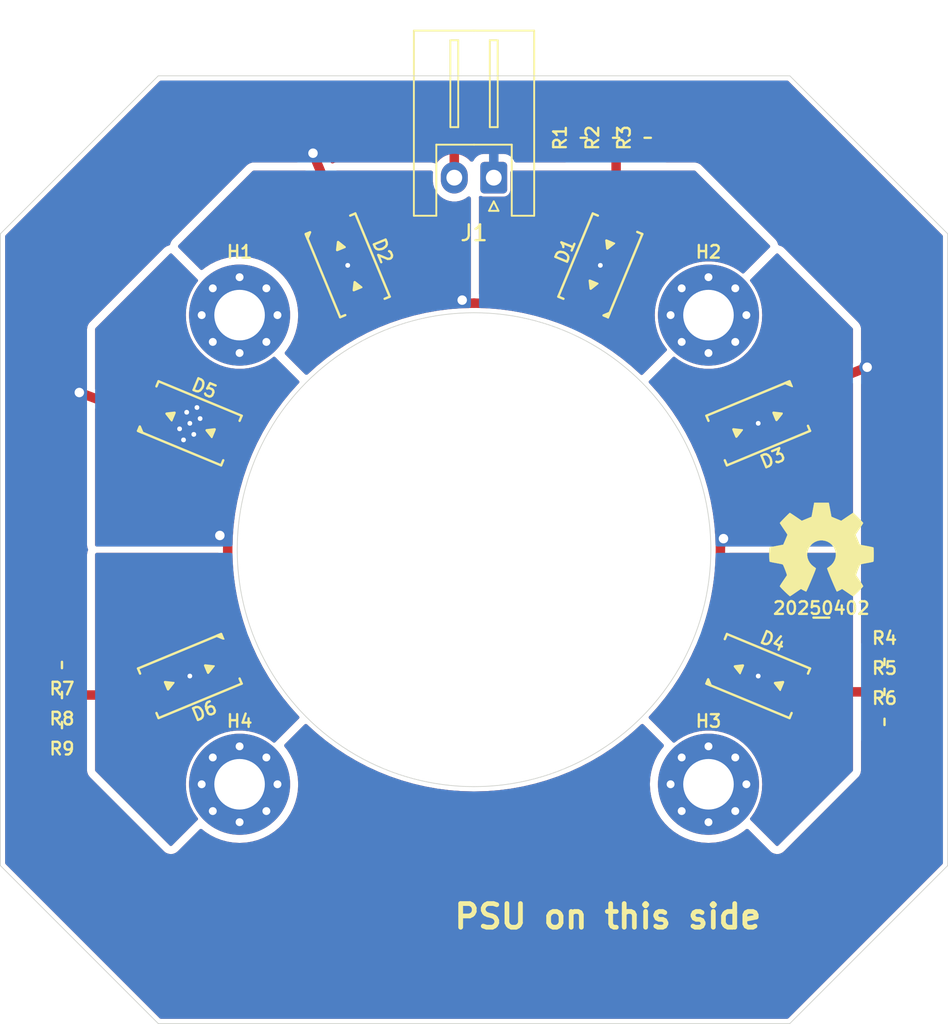
<source format=kicad_pcb>
(kicad_pcb (version 20240108) (generator "pcbnew") (generator_version "8.0")
  (layers (0 "F.Cu" mixed) (31 "B.Cu" mixed) (34 "B.Paste" user) (35 "F.Paste" user) (36 "B.SilkS" user "B.Silkscreen") (37 "F.SilkS" user "F.Silkscreen") (38 "B.Mask" user) (39 "F.Mask" user) (44 "Edge.Cuts" user))
  (net 0 "")
  (net 1 "VSS")
  (net 2 "+9V")
  (net 3 "/COOL1")
  (net 4 "/COOL2")
  (net 5 "/COOL4")
  (net 6 "/COOL3")
  (net 7 "/COOL6")
  (net 8 "/COOL5")
  (footprint "SquantorLabels:Label_Generic" (layer "F.Cu") (at 122 103.7)
    (property "Reference" "N1" (hide yes))
    (property "Value" "20250402" (at 0 0 0) (layer "F.SilkS") (effects (font (size 0.8 0.8))))
  )
  (footprint "Symbol:OSHW-Symbol_6.7x6mm_SilkScreen" (layer "F.Cu") (at 122 100)
    (property "Reference" "N2" (hide yes))
    (property "Value" "OHWLOGO" (hide yes))
  )
  (footprint "SquantorResistor:R_0805+0603" (layer "F.Cu") (at 126 109)
    (property "Reference" "R5" (at 0 -1.5 0) (layer "F.SilkS") (effects (font (size 0.8 0.8))))
    (property "Value" "TBD")
    (pad "1" smd roundrect (at -0.775 0) (size 1.05 1.3) (layers "F.Cu" "F.Paste" "F.Mask") (net 6 "/COOL3"))
    (pad "2" smd roundrect (at 0.775 0) (size 1.05 1.3) (layers "F.Cu" "F.Paste" "F.Mask") (net 2 "+9V"))
  )
  (footprint "SquantorResistor:R_0805+0603" (layer "F.Cu") (at 109 73.925 90)
    (property "Reference" "R2" (at 0 -1.5 90) (layer "F.SilkS") (effects (font (size 0.8 0.8))))
    (property "Value" "TBD")
    (pad "1" smd roundrect (at -0.775 0 90) (size 1.05 1.3) (layers "F.Cu" "F.Paste" "F.Mask") (net 3 "/COOL1"))
    (pad "2" smd roundrect (at 0.775 0 90) (size 1.05 1.3) (layers "F.Cu" "F.Paste" "F.Mask") (net 2 "+9V"))
  )
  (footprint "SquantorDiodes:LED_5630_PAD_ANODE" (layer "F.Cu") (at 108 82 67.5)
    (property "Reference" "D1" (at 0 -2.4 67.5) (layer "F.SilkS") (effects (font (size 0.8 0.8))))
    (property "Value" "GW JDSRS1.CC")
    (pad "1" smd roundrect (at -2.4 -0.7 67.5) (size 1.2 1) (layers "F.Cu" "F.Paste" "F.Mask") (roundrect_rratio 0.2) (net 4 "/COOL2"))
    (pad "1" smd roundrect (at -2.4 0.699999 67.5) (size 1.2 1) (layers "F.Cu" "F.Paste" "F.Mask") (roundrect_rratio 0.2) (net 4 "/COOL2"))
    (pad "2" smd roundrect (at 0 0 67.5) (size 1.8 3) (layers "F.Cu") (roundrect_rratio 0.2) (net 3 "/COOL1"))
    (pad "2" smd roundrect (at 2.4 -0.699999 67.5) (size 1.2 1) (layers "F.Cu" "F.Paste" "F.Mask") (roundrect_rratio 0.2) (net 3 "/COOL1"))
    (pad "2" smd roundrect (at 2.4 0.7 67.5) (size 1.2 1) (layers "F.Cu" "F.Paste" "F.Mask") (roundrect_rratio 0.2) (net 3 "/COOL1"))
  )
  (footprint "SquantorDiodes:LED_5630_PAD_ANODE" (layer "F.Cu") (at 82 92 -22.5)
    (property "Reference" "D5" (at 0 -2.4 157.5) (layer "F.SilkS") (effects (font (size 0.8 0.8))))
    (property "Value" "GW JDSRS1.CC")
    (pad "1" smd roundrect (at -2.4 -0.7 337.5) (size 1.2 1) (layers "F.Cu" "F.Paste" "F.Mask") (roundrect_rratio 0.2) (net 1 "VSS"))
    (pad "1" smd roundrect (at -2.4 0.699999 337.5) (size 1.2 1) (layers "F.Cu" "F.Paste" "F.Mask") (roundrect_rratio 0.2) (net 1 "VSS"))
    (pad "2" smd roundrect (at 0 0 337.5) (size 1.8 3) (layers "F.Cu") (roundrect_rratio 0.2) (net 7 "/COOL6"))
    (pad "2" smd roundrect (at 2.4 -0.699999 337.5) (size 1.2 1) (layers "F.Cu" "F.Paste" "F.Mask") (roundrect_rratio 0.2) (net 7 "/COOL6"))
    (pad "2" smd roundrect (at 2.4 0.7 337.5) (size 1.2 1) (layers "F.Cu" "F.Paste" "F.Mask") (roundrect_rratio 0.2) (net 7 "/COOL6"))
  )
  (footprint "SquantorPcbOutline:MountingHole_3.2mm_M3_Pad_Via" (layer "F.Cu") (at 85.15 114.85)
    (property "Reference" "H4" (at 0 -4 0) (layer "F.SilkS") (effects (font (size 0.8 0.8))))
    (property "Value" "M3")
    (pad "1" thru_hole circle (at -2.4 0) (size 0.9 0.9) (drill 0.5) (layers "*.Cu" "*.Mask" "In1.Cu" "In2.Cu" "In3.Cu" "In4.Cu" "In5.Cu" "In6.Cu" "In7.Cu" "In8.Cu" "In9.Cu" "In10.Cu" "In11.Cu" "In12.Cu" "In13.Cu" "In14.Cu" "In15.Cu" "In16.Cu" "In17.Cu" "In18.Cu" "In19.Cu" "In20.Cu" "In21.Cu" "In22.Cu" "In23.Cu" "In24.Cu" "In25.Cu" "In26.Cu" "In27.Cu" "In28.Cu" "In29.Cu" "In30.Cu"))
    (pad "1" thru_hole circle (at -1.697056 -1.697056) (size 0.9 0.9) (drill 0.5) (layers "*.Cu" "*.Mask" "In1.Cu" "In2.Cu" "In3.Cu" "In4.Cu" "In5.Cu" "In6.Cu" "In7.Cu" "In8.Cu" "In9.Cu" "In10.Cu" "In11.Cu" "In12.Cu" "In13.Cu" "In14.Cu" "In15.Cu" "In16.Cu" "In17.Cu" "In18.Cu" "In19.Cu" "In20.Cu" "In21.Cu" "In22.Cu" "In23.Cu" "In24.Cu" "In25.Cu" "In26.Cu" "In27.Cu" "In28.Cu" "In29.Cu" "In30.Cu"))
    (pad "1" thru_hole circle (at -1.697056 1.697056) (size 0.9 0.9) (drill 0.5) (layers "*.Cu" "*.Mask" "In1.Cu" "In2.Cu" "In3.Cu" "In4.Cu" "In5.Cu" "In6.Cu" "In7.Cu" "In8.Cu" "In9.Cu" "In10.Cu" "In11.Cu" "In12.Cu" "In13.Cu" "In14.Cu" "In15.Cu" "In16.Cu" "In17.Cu" "In18.Cu" "In19.Cu" "In20.Cu" "In21.Cu" "In22.Cu" "In23.Cu" "In24.Cu" "In25.Cu" "In26.Cu" "In27.Cu" "In28.Cu" "In29.Cu" "In30.Cu"))
    (pad "1" thru_hole circle (at 0 -2.4) (size 0.9 0.9) (drill 0.5) (layers "*.Cu" "*.Mask" "In1.Cu" "In2.Cu" "In3.Cu" "In4.Cu" "In5.Cu" "In6.Cu" "In7.Cu" "In8.Cu" "In9.Cu" "In10.Cu" "In11.Cu" "In12.Cu" "In13.Cu" "In14.Cu" "In15.Cu" "In16.Cu" "In17.Cu" "In18.Cu" "In19.Cu" "In20.Cu" "In21.Cu" "In22.Cu" "In23.Cu" "In24.Cu" "In25.Cu" "In26.Cu" "In27.Cu" "In28.Cu" "In29.Cu" "In30.Cu"))
    (pad "1" thru_hole circle (at 0 0) (size 6.4 6.4) (drill 3.2) (layers "*.Cu" "*.Mask" "In1.Cu" "In2.Cu" "In3.Cu" "In4.Cu" "In5.Cu" "In6.Cu" "In7.Cu" "In8.Cu" "In9.Cu" "In10.Cu" "In11.Cu" "In12.Cu" "In13.Cu" "In14.Cu" "In15.Cu" "In16.Cu" "In17.Cu" "In18.Cu" "In19.Cu" "In20.Cu" "In21.Cu" "In22.Cu" "In23.Cu" "In24.Cu" "In25.Cu" "In26.Cu" "In27.Cu" "In28.Cu" "In29.Cu" "In30.Cu"))
    (pad "1" thru_hole circle (at 0 2.4) (size 0.9 0.9) (drill 0.5) (layers "*.Cu" "*.Mask" "In1.Cu" "In2.Cu" "In3.Cu" "In4.Cu" "In5.Cu" "In6.Cu" "In7.Cu" "In8.Cu" "In9.Cu" "In10.Cu" "In11.Cu" "In12.Cu" "In13.Cu" "In14.Cu" "In15.Cu" "In16.Cu" "In17.Cu" "In18.Cu" "In19.Cu" "In20.Cu" "In21.Cu" "In22.Cu" "In23.Cu" "In24.Cu" "In25.Cu" "In26.Cu" "In27.Cu" "In28.Cu" "In29.Cu" "In30.Cu"))
    (pad "1" thru_hole circle (at 1.697056 -1.697056) (size 0.9 0.9) (drill 0.5) (layers "*.Cu" "*.Mask" "In1.Cu" "In2.Cu" "In3.Cu" "In4.Cu" "In5.Cu" "In6.Cu" "In7.Cu" "In8.Cu" "In9.Cu" "In10.Cu" "In11.Cu" "In12.Cu" "In13.Cu" "In14.Cu" "In15.Cu" "In16.Cu" "In17.Cu" "In18.Cu" "In19.Cu" "In20.Cu" "In21.Cu" "In22.Cu" "In23.Cu" "In24.Cu" "In25.Cu" "In26.Cu" "In27.Cu" "In28.Cu" "In29.Cu" "In30.Cu"))
    (pad "1" thru_hole circle (at 1.697056 1.697056) (size 0.9 0.9) (drill 0.5) (layers "*.Cu" "*.Mask" "In1.Cu" "In2.Cu" "In3.Cu" "In4.Cu" "In5.Cu" "In6.Cu" "In7.Cu" "In8.Cu" "In9.Cu" "In10.Cu" "In11.Cu" "In12.Cu" "In13.Cu" "In14.Cu" "In15.Cu" "In16.Cu" "In17.Cu" "In18.Cu" "In19.Cu" "In20.Cu" "In21.Cu" "In22.Cu" "In23.Cu" "In24.Cu" "In25.Cu" "In26.Cu" "In27.Cu" "In28.Cu" "In29.Cu" "In30.Cu"))
    (pad "1" thru_hole circle (at 2.4 0) (size 0.9 0.9) (drill 0.5) (layers "*.Cu" "*.Mask" "In1.Cu" "In2.Cu" "In3.Cu" "In4.Cu" "In5.Cu" "In6.Cu" "In7.Cu" "In8.Cu" "In9.Cu" "In10.Cu" "In11.Cu" "In12.Cu" "In13.Cu" "In14.Cu" "In15.Cu" "In16.Cu" "In17.Cu" "In18.Cu" "In19.Cu" "In20.Cu" "In21.Cu" "In22.Cu" "In23.Cu" "In24.Cu" "In25.Cu" "In26.Cu" "In27.Cu" "In28.Cu" "In29.Cu" "In30.Cu"))
  )
  (footprint "SquantorResistor:R_0805+0603" (layer "F.Cu") (at 73.9 111.1 180)
    (property "Reference" "R9" (at 0 -1.5 0) (layer "F.SilkS") (effects (font (size 0.8 0.8))))
    (property "Value" "TBD")
    (pad "1" smd roundrect (at -0.775 0 180) (size 1.05 1.3) (layers "F.Cu" "F.Paste" "F.Mask") (net 8 "/COOL5"))
    (pad "2" smd roundrect (at 0.775 0 180) (size 1.05 1.3) (layers "F.Cu" "F.Paste" "F.Mask") (net 2 "+9V"))
  )
  (footprint "SquantorResistor:R_0805+0603" (layer "F.Cu") (at 111 73.925 90)
    (property "Reference" "R3" (at 0 -1.5 90) (layer "F.SilkS") (effects (font (size 0.8 0.8))))
    (property "Value" "TBD")
    (pad "1" smd roundrect (at -0.775 0 90) (size 1.05 1.3) (layers "F.Cu" "F.Paste" "F.Mask") (net 3 "/COOL1"))
    (pad "2" smd roundrect (at 0.775 0 90) (size 1.05 1.3) (layers "F.Cu" "F.Paste" "F.Mask") (net 2 "+9V"))
  )
  (footprint "SquantorResistor:R_0805+0603" (layer "F.Cu") (at 126 110.9)
    (property "Reference" "R6" (at 0 -1.5 0) (layer "F.SilkS") (effects (font (size 0.8 0.8))))
    (property "Value" "TBD")
    (pad "1" smd roundrect (at -0.775 0) (size 1.05 1.3) (layers "F.Cu" "F.Paste" "F.Mask") (net 6 "/COOL3"))
    (pad "2" smd roundrect (at 0.775 0) (size 1.05 1.3) (layers "F.Cu" "F.Paste" "F.Mask") (net 2 "+9V"))
  )
  (footprint "SquantorPcbOutline:MountingHole_3.2mm_M3_Pad_Via" (layer "F.Cu") (at 85.15 85.15)
    (property "Reference" "H1" (at 0 -4 0) (layer "F.SilkS") (effects (font (size 0.8 0.8))))
    (property "Value" "M3")
    (pad "1" thru_hole circle (at -2.4 0) (size 0.9 0.9) (drill 0.5) (layers "*.Cu" "*.Mask" "In1.Cu" "In2.Cu" "In3.Cu" "In4.Cu" "In5.Cu" "In6.Cu" "In7.Cu" "In8.Cu" "In9.Cu" "In10.Cu" "In11.Cu" "In12.Cu" "In13.Cu" "In14.Cu" "In15.Cu" "In16.Cu" "In17.Cu" "In18.Cu" "In19.Cu" "In20.Cu" "In21.Cu" "In22.Cu" "In23.Cu" "In24.Cu" "In25.Cu" "In26.Cu" "In27.Cu" "In28.Cu" "In29.Cu" "In30.Cu"))
    (pad "1" thru_hole circle (at -1.697056 -1.697056) (size 0.9 0.9) (drill 0.5) (layers "*.Cu" "*.Mask" "In1.Cu" "In2.Cu" "In3.Cu" "In4.Cu" "In5.Cu" "In6.Cu" "In7.Cu" "In8.Cu" "In9.Cu" "In10.Cu" "In11.Cu" "In12.Cu" "In13.Cu" "In14.Cu" "In15.Cu" "In16.Cu" "In17.Cu" "In18.Cu" "In19.Cu" "In20.Cu" "In21.Cu" "In22.Cu" "In23.Cu" "In24.Cu" "In25.Cu" "In26.Cu" "In27.Cu" "In28.Cu" "In29.Cu" "In30.Cu"))
    (pad "1" thru_hole circle (at -1.697056 1.697056) (size 0.9 0.9) (drill 0.5) (layers "*.Cu" "*.Mask" "In1.Cu" "In2.Cu" "In3.Cu" "In4.Cu" "In5.Cu" "In6.Cu" "In7.Cu" "In8.Cu" "In9.Cu" "In10.Cu" "In11.Cu" "In12.Cu" "In13.Cu" "In14.Cu" "In15.Cu" "In16.Cu" "In17.Cu" "In18.Cu" "In19.Cu" "In20.Cu" "In21.Cu" "In22.Cu" "In23.Cu" "In24.Cu" "In25.Cu" "In26.Cu" "In27.Cu" "In28.Cu" "In29.Cu" "In30.Cu"))
    (pad "1" thru_hole circle (at 0 -2.4) (size 0.9 0.9) (drill 0.5) (layers "*.Cu" "*.Mask" "In1.Cu" "In2.Cu" "In3.Cu" "In4.Cu" "In5.Cu" "In6.Cu" "In7.Cu" "In8.Cu" "In9.Cu" "In10.Cu" "In11.Cu" "In12.Cu" "In13.Cu" "In14.Cu" "In15.Cu" "In16.Cu" "In17.Cu" "In18.Cu" "In19.Cu" "In20.Cu" "In21.Cu" "In22.Cu" "In23.Cu" "In24.Cu" "In25.Cu" "In26.Cu" "In27.Cu" "In28.Cu" "In29.Cu" "In30.Cu"))
    (pad "1" thru_hole circle (at 0 0) (size 6.4 6.4) (drill 3.2) (layers "*.Cu" "*.Mask" "In1.Cu" "In2.Cu" "In3.Cu" "In4.Cu" "In5.Cu" "In6.Cu" "In7.Cu" "In8.Cu" "In9.Cu" "In10.Cu" "In11.Cu" "In12.Cu" "In13.Cu" "In14.Cu" "In15.Cu" "In16.Cu" "In17.Cu" "In18.Cu" "In19.Cu" "In20.Cu" "In21.Cu" "In22.Cu" "In23.Cu" "In24.Cu" "In25.Cu" "In26.Cu" "In27.Cu" "In28.Cu" "In29.Cu" "In30.Cu"))
    (pad "1" thru_hole circle (at 0 2.4) (size 0.9 0.9) (drill 0.5) (layers "*.Cu" "*.Mask" "In1.Cu" "In2.Cu" "In3.Cu" "In4.Cu" "In5.Cu" "In6.Cu" "In7.Cu" "In8.Cu" "In9.Cu" "In10.Cu" "In11.Cu" "In12.Cu" "In13.Cu" "In14.Cu" "In15.Cu" "In16.Cu" "In17.Cu" "In18.Cu" "In19.Cu" "In20.Cu" "In21.Cu" "In22.Cu" "In23.Cu" "In24.Cu" "In25.Cu" "In26.Cu" "In27.Cu" "In28.Cu" "In29.Cu" "In30.Cu"))
    (pad "1" thru_hole circle (at 1.697056 -1.697056) (size 0.9 0.9) (drill 0.5) (layers "*.Cu" "*.Mask" "In1.Cu" "In2.Cu" "In3.Cu" "In4.Cu" "In5.Cu" "In6.Cu" "In7.Cu" "In8.Cu" "In9.Cu" "In10.Cu" "In11.Cu" "In12.Cu" "In13.Cu" "In14.Cu" "In15.Cu" "In16.Cu" "In17.Cu" "In18.Cu" "In19.Cu" "In20.Cu" "In21.Cu" "In22.Cu" "In23.Cu" "In24.Cu" "In25.Cu" "In26.Cu" "In27.Cu" "In28.Cu" "In29.Cu" "In30.Cu"))
    (pad "1" thru_hole circle (at 1.697056 1.697056) (size 0.9 0.9) (drill 0.5) (layers "*.Cu" "*.Mask" "In1.Cu" "In2.Cu" "In3.Cu" "In4.Cu" "In5.Cu" "In6.Cu" "In7.Cu" "In8.Cu" "In9.Cu" "In10.Cu" "In11.Cu" "In12.Cu" "In13.Cu" "In14.Cu" "In15.Cu" "In16.Cu" "In17.Cu" "In18.Cu" "In19.Cu" "In20.Cu" "In21.Cu" "In22.Cu" "In23.Cu" "In24.Cu" "In25.Cu" "In26.Cu" "In27.Cu" "In28.Cu" "In29.Cu" "In30.Cu"))
    (pad "1" thru_hole circle (at 2.4 0) (size 0.9 0.9) (drill 0.5) (layers "*.Cu" "*.Mask" "In1.Cu" "In2.Cu" "In3.Cu" "In4.Cu" "In5.Cu" "In6.Cu" "In7.Cu" "In8.Cu" "In9.Cu" "In10.Cu" "In11.Cu" "In12.Cu" "In13.Cu" "In14.Cu" "In15.Cu" "In16.Cu" "In17.Cu" "In18.Cu" "In19.Cu" "In20.Cu" "In21.Cu" "In22.Cu" "In23.Cu" "In24.Cu" "In25.Cu" "In26.Cu" "In27.Cu" "In28.Cu" "In29.Cu" "In30.Cu"))
  )
  (footprint "SquantorDiodes:LED_5630_PAD_ANODE" (layer "F.Cu") (at 118 108 -22.5)
    (property "Reference" "D4" (at 0 -2.4 157.5) (layer "F.SilkS") (effects (font (size 0.8 0.8))))
    (property "Value" "GW JDSRS1.CC")
    (pad "1" smd roundrect (at -2.4 -0.7 337.5) (size 1.2 1) (layers "F.Cu" "F.Paste" "F.Mask") (roundrect_rratio 0.2) (net 5 "/COOL4"))
    (pad "1" smd roundrect (at -2.4 0.699999 337.5) (size 1.2 1) (layers "F.Cu" "F.Paste" "F.Mask") (roundrect_rratio 0.2) (net 5 "/COOL4"))
    (pad "2" smd roundrect (at 0 0 337.5) (size 1.8 3) (layers "F.Cu") (roundrect_rratio 0.2) (net 6 "/COOL3"))
    (pad "2" smd roundrect (at 2.4 -0.699999 337.5) (size 1.2 1) (layers "F.Cu" "F.Paste" "F.Mask") (roundrect_rratio 0.2) (net 6 "/COOL3"))
    (pad "2" smd roundrect (at 2.4 0.7 337.5) (size 1.2 1) (layers "F.Cu" "F.Paste" "F.Mask") (roundrect_rratio 0.2) (net 6 "/COOL3"))
  )
  (footprint "SquantorDiodes:LED_5630_PAD_ANODE" (layer "F.Cu") (at 118 92 -157.5)
    (property "Reference" "D3" (at 0 -2.4 22.5) (layer "F.SilkS") (effects (font (size 0.8 0.8))))
    (property "Value" "GW JDSRS1.CC")
    (pad "1" smd roundrect (at -2.4 -0.699999 202.5) (size 1.2 1) (layers "F.Cu" "F.Paste" "F.Mask") (roundrect_rratio 0.2) (net 1 "VSS"))
    (pad "1" smd roundrect (at -2.4 0.7 202.5) (size 1.2 1) (layers "F.Cu" "F.Paste" "F.Mask") (roundrect_rratio 0.2) (net 1 "VSS"))
    (pad "2" smd roundrect (at 0 0 202.5) (size 1.8 3) (layers "F.Cu") (roundrect_rratio 0.2) (net 5 "/COOL4"))
    (pad "2" smd roundrect (at 2.4 -0.7 202.5) (size 1.2 1) (layers "F.Cu" "F.Paste" "F.Mask") (roundrect_rratio 0.2) (net 5 "/COOL4"))
    (pad "2" smd roundrect (at 2.4 0.699999 202.5) (size 1.2 1) (layers "F.Cu" "F.Paste" "F.Mask") (roundrect_rratio 0.2) (net 5 "/COOL4"))
  )
  (footprint "SquantorPcbOutline:MountingHole_3.2mm_M3_Pad_Via" (layer "F.Cu") (at 114.85 114.85)
    (property "Reference" "H3" (at 0 -4 0) (layer "F.SilkS") (effects (font (size 0.8 0.8))))
    (property "Value" "M3")
    (pad "1" thru_hole circle (at -2.4 0) (size 0.9 0.9) (drill 0.5) (layers "*.Cu" "*.Mask" "In1.Cu" "In2.Cu" "In3.Cu" "In4.Cu" "In5.Cu" "In6.Cu" "In7.Cu" "In8.Cu" "In9.Cu" "In10.Cu" "In11.Cu" "In12.Cu" "In13.Cu" "In14.Cu" "In15.Cu" "In16.Cu" "In17.Cu" "In18.Cu" "In19.Cu" "In20.Cu" "In21.Cu" "In22.Cu" "In23.Cu" "In24.Cu" "In25.Cu" "In26.Cu" "In27.Cu" "In28.Cu" "In29.Cu" "In30.Cu"))
    (pad "1" thru_hole circle (at -1.697056 -1.697056) (size 0.9 0.9) (drill 0.5) (layers "*.Cu" "*.Mask" "In1.Cu" "In2.Cu" "In3.Cu" "In4.Cu" "In5.Cu" "In6.Cu" "In7.Cu" "In8.Cu" "In9.Cu" "In10.Cu" "In11.Cu" "In12.Cu" "In13.Cu" "In14.Cu" "In15.Cu" "In16.Cu" "In17.Cu" "In18.Cu" "In19.Cu" "In20.Cu" "In21.Cu" "In22.Cu" "In23.Cu" "In24.Cu" "In25.Cu" "In26.Cu" "In27.Cu" "In28.Cu" "In29.Cu" "In30.Cu"))
    (pad "1" thru_hole circle (at -1.697056 1.697056) (size 0.9 0.9) (drill 0.5) (layers "*.Cu" "*.Mask" "In1.Cu" "In2.Cu" "In3.Cu" "In4.Cu" "In5.Cu" "In6.Cu" "In7.Cu" "In8.Cu" "In9.Cu" "In10.Cu" "In11.Cu" "In12.Cu" "In13.Cu" "In14.Cu" "In15.Cu" "In16.Cu" "In17.Cu" "In18.Cu" "In19.Cu" "In20.Cu" "In21.Cu" "In22.Cu" "In23.Cu" "In24.Cu" "In25.Cu" "In26.Cu" "In27.Cu" "In28.Cu" "In29.Cu" "In30.Cu"))
    (pad "1" thru_hole circle (at 0 -2.4) (size 0.9 0.9) (drill 0.5) (layers "*.Cu" "*.Mask" "In1.Cu" "In2.Cu" "In3.Cu" "In4.Cu" "In5.Cu" "In6.Cu" "In7.Cu" "In8.Cu" "In9.Cu" "In10.Cu" "In11.Cu" "In12.Cu" "In13.Cu" "In14.Cu" "In15.Cu" "In16.Cu" "In17.Cu" "In18.Cu" "In19.Cu" "In20.Cu" "In21.Cu" "In22.Cu" "In23.Cu" "In24.Cu" "In25.Cu" "In26.Cu" "In27.Cu" "In28.Cu" "In29.Cu" "In30.Cu"))
    (pad "1" thru_hole circle (at 0 0) (size 6.4 6.4) (drill 3.2) (layers "*.Cu" "*.Mask" "In1.Cu" "In2.Cu" "In3.Cu" "In4.Cu" "In5.Cu" "In6.Cu" "In7.Cu" "In8.Cu" "In9.Cu" "In10.Cu" "In11.Cu" "In12.Cu" "In13.Cu" "In14.Cu" "In15.Cu" "In16.Cu" "In17.Cu" "In18.Cu" "In19.Cu" "In20.Cu" "In21.Cu" "In22.Cu" "In23.Cu" "In24.Cu" "In25.Cu" "In26.Cu" "In27.Cu" "In28.Cu" "In29.Cu" "In30.Cu"))
    (pad "1" thru_hole circle (at 0 2.4) (size 0.9 0.9) (drill 0.5) (layers "*.Cu" "*.Mask" "In1.Cu" "In2.Cu" "In3.Cu" "In4.Cu" "In5.Cu" "In6.Cu" "In7.Cu" "In8.Cu" "In9.Cu" "In10.Cu" "In11.Cu" "In12.Cu" "In13.Cu" "In14.Cu" "In15.Cu" "In16.Cu" "In17.Cu" "In18.Cu" "In19.Cu" "In20.Cu" "In21.Cu" "In22.Cu" "In23.Cu" "In24.Cu" "In25.Cu" "In26.Cu" "In27.Cu" "In28.Cu" "In29.Cu" "In30.Cu"))
    (pad "1" thru_hole circle (at 1.697056 -1.697056) (size 0.9 0.9) (drill 0.5) (layers "*.Cu" "*.Mask" "In1.Cu" "In2.Cu" "In3.Cu" "In4.Cu" "In5.Cu" "In6.Cu" "In7.Cu" "In8.Cu" "In9.Cu" "In10.Cu" "In11.Cu" "In12.Cu" "In13.Cu" "In14.Cu" "In15.Cu" "In16.Cu" "In17.Cu" "In18.Cu" "In19.Cu" "In20.Cu" "In21.Cu" "In22.Cu" "In23.Cu" "In24.Cu" "In25.Cu" "In26.Cu" "In27.Cu" "In28.Cu" "In29.Cu" "In30.Cu"))
    (pad "1" thru_hole circle (at 1.697056 1.697056) (size 0.9 0.9) (drill 0.5) (layers "*.Cu" "*.Mask" "In1.Cu" "In2.Cu" "In3.Cu" "In4.Cu" "In5.Cu" "In6.Cu" "In7.Cu" "In8.Cu" "In9.Cu" "In10.Cu" "In11.Cu" "In12.Cu" "In13.Cu" "In14.Cu" "In15.Cu" "In16.Cu" "In17.Cu" "In18.Cu" "In19.Cu" "In20.Cu" "In21.Cu" "In22.Cu" "In23.Cu" "In24.Cu" "In25.Cu" "In26.Cu" "In27.Cu" "In28.Cu" "In29.Cu" "In30.Cu"))
    (pad "1" thru_hole circle (at 2.4 0) (size 0.9 0.9) (drill 0.5) (layers "*.Cu" "*.Mask" "In1.Cu" "In2.Cu" "In3.Cu" "In4.Cu" "In5.Cu" "In6.Cu" "In7.Cu" "In8.Cu" "In9.Cu" "In10.Cu" "In11.Cu" "In12.Cu" "In13.Cu" "In14.Cu" "In15.Cu" "In16.Cu" "In17.Cu" "In18.Cu" "In19.Cu" "In20.Cu" "In21.Cu" "In22.Cu" "In23.Cu" "In24.Cu" "In25.Cu" "In26.Cu" "In27.Cu" "In28.Cu" "In29.Cu" "In30.Cu"))
  )
  (footprint "SquantorPcbOutline:MountingHole_3.2mm_M3_Pad_Via" (layer "F.Cu") (at 114.85 85.15)
    (property "Reference" "H2" (at 0 -4 0) (layer "F.SilkS") (effects (font (size 0.8 0.8))))
    (property "Value" "M3")
    (pad "1" thru_hole circle (at -2.4 0) (size 0.9 0.9) (drill 0.5) (layers "*.Cu" "*.Mask" "In1.Cu" "In2.Cu" "In3.Cu" "In4.Cu" "In5.Cu" "In6.Cu" "In7.Cu" "In8.Cu" "In9.Cu" "In10.Cu" "In11.Cu" "In12.Cu" "In13.Cu" "In14.Cu" "In15.Cu" "In16.Cu" "In17.Cu" "In18.Cu" "In19.Cu" "In20.Cu" "In21.Cu" "In22.Cu" "In23.Cu" "In24.Cu" "In25.Cu" "In26.Cu" "In27.Cu" "In28.Cu" "In29.Cu" "In30.Cu"))
    (pad "1" thru_hole circle (at -1.697056 -1.697056) (size 0.9 0.9) (drill 0.5) (layers "*.Cu" "*.Mask" "In1.Cu" "In2.Cu" "In3.Cu" "In4.Cu" "In5.Cu" "In6.Cu" "In7.Cu" "In8.Cu" "In9.Cu" "In10.Cu" "In11.Cu" "In12.Cu" "In13.Cu" "In14.Cu" "In15.Cu" "In16.Cu" "In17.Cu" "In18.Cu" "In19.Cu" "In20.Cu" "In21.Cu" "In22.Cu" "In23.Cu" "In24.Cu" "In25.Cu" "In26.Cu" "In27.Cu" "In28.Cu" "In29.Cu" "In30.Cu"))
    (pad "1" thru_hole circle (at -1.697056 1.697056) (size 0.9 0.9) (drill 0.5) (layers "*.Cu" "*.Mask" "In1.Cu" "In2.Cu" "In3.Cu" "In4.Cu" "In5.Cu" "In6.Cu" "In7.Cu" "In8.Cu" "In9.Cu" "In10.Cu" "In11.Cu" "In12.Cu" "In13.Cu" "In14.Cu" "In15.Cu" "In16.Cu" "In17.Cu" "In18.Cu" "In19.Cu" "In20.Cu" "In21.Cu" "In22.Cu" "In23.Cu" "In24.Cu" "In25.Cu" "In26.Cu" "In27.Cu" "In28.Cu" "In29.Cu" "In30.Cu"))
    (pad "1" thru_hole circle (at 0 -2.4) (size 0.9 0.9) (drill 0.5) (layers "*.Cu" "*.Mask" "In1.Cu" "In2.Cu" "In3.Cu" "In4.Cu" "In5.Cu" "In6.Cu" "In7.Cu" "In8.Cu" "In9.Cu" "In10.Cu" "In11.Cu" "In12.Cu" "In13.Cu" "In14.Cu" "In15.Cu" "In16.Cu" "In17.Cu" "In18.Cu" "In19.Cu" "In20.Cu" "In21.Cu" "In22.Cu" "In23.Cu" "In24.Cu" "In25.Cu" "In26.Cu" "In27.Cu" "In28.Cu" "In29.Cu" "In30.Cu"))
    (pad "1" thru_hole circle (at 0 0) (size 6.4 6.4) (drill 3.2) (layers "*.Cu" "*.Mask" "In1.Cu" "In2.Cu" "In3.Cu" "In4.Cu" "In5.Cu" "In6.Cu" "In7.Cu" "In8.Cu" "In9.Cu" "In10.Cu" "In11.Cu" "In12.Cu" "In13.Cu" "In14.Cu" "In15.Cu" "In16.Cu" "In17.Cu" "In18.Cu" "In19.Cu" "In20.Cu" "In21.Cu" "In22.Cu" "In23.Cu" "In24.Cu" "In25.Cu" "In26.Cu" "In27.Cu" "In28.Cu" "In29.Cu" "In30.Cu"))
    (pad "1" thru_hole circle (at 0 2.4) (size 0.9 0.9) (drill 0.5) (layers "*.Cu" "*.Mask" "In1.Cu" "In2.Cu" "In3.Cu" "In4.Cu" "In5.Cu" "In6.Cu" "In7.Cu" "In8.Cu" "In9.Cu" "In10.Cu" "In11.Cu" "In12.Cu" "In13.Cu" "In14.Cu" "In15.Cu" "In16.Cu" "In17.Cu" "In18.Cu" "In19.Cu" "In20.Cu" "In21.Cu" "In22.Cu" "In23.Cu" "In24.Cu" "In25.Cu" "In26.Cu" "In27.Cu" "In28.Cu" "In29.Cu" "In30.Cu"))
    (pad "1" thru_hole circle (at 1.697056 -1.697056) (size 0.9 0.9) (drill 0.5) (layers "*.Cu" "*.Mask" "In1.Cu" "In2.Cu" "In3.Cu" "In4.Cu" "In5.Cu" "In6.Cu" "In7.Cu" "In8.Cu" "In9.Cu" "In10.Cu" "In11.Cu" "In12.Cu" "In13.Cu" "In14.Cu" "In15.Cu" "In16.Cu" "In17.Cu" "In18.Cu" "In19.Cu" "In20.Cu" "In21.Cu" "In22.Cu" "In23.Cu" "In24.Cu" "In25.Cu" "In26.Cu" "In27.Cu" "In28.Cu" "In29.Cu" "In30.Cu"))
    (pad "1" thru_hole circle (at 1.697056 1.697056) (size 0.9 0.9) (drill 0.5) (layers "*.Cu" "*.Mask" "In1.Cu" "In2.Cu" "In3.Cu" "In4.Cu" "In5.Cu" "In6.Cu" "In7.Cu" "In8.Cu" "In9.Cu" "In10.Cu" "In11.Cu" "In12.Cu" "In13.Cu" "In14.Cu" "In15.Cu" "In16.Cu" "In17.Cu" "In18.Cu" "In19.Cu" "In20.Cu" "In21.Cu" "In22.Cu" "In23.Cu" "In24.Cu" "In25.Cu" "In26.Cu" "In27.Cu" "In28.Cu" "In29.Cu" "In30.Cu"))
    (pad "1" thru_hole circle (at 2.4 0) (size 0.9 0.9) (drill 0.5) (layers "*.Cu" "*.Mask" "In1.Cu" "In2.Cu" "In3.Cu" "In4.Cu" "In5.Cu" "In6.Cu" "In7.Cu" "In8.Cu" "In9.Cu" "In10.Cu" "In11.Cu" "In12.Cu" "In13.Cu" "In14.Cu" "In15.Cu" "In16.Cu" "In17.Cu" "In18.Cu" "In19.Cu" "In20.Cu" "In21.Cu" "In22.Cu" "In23.Cu" "In24.Cu" "In25.Cu" "In26.Cu" "In27.Cu" "In28.Cu" "In29.Cu" "In30.Cu"))
  )
  (footprint "SquantorResistor:R_0805+0603" (layer "F.Cu") (at 126 107.1)
    (property "Reference" "R4" (at 0 -1.5 0) (layer "F.SilkS") (effects (font (size 0.8 0.8))))
    (property "Value" "TBD")
    (pad "1" smd roundrect (at -0.775 0) (size 1.05 1.3) (layers "F.Cu" "F.Paste" "F.Mask") (net 6 "/COOL3"))
    (pad "2" smd roundrect (at 0.775 0) (size 1.05 1.3) (layers "F.Cu" "F.Paste" "F.Mask") (net 2 "+9V"))
  )
  (footprint "Connector_JST:JST_XH_S2B-XH-A_1x02_P2.50mm_Horizontal" (layer "F.Cu") (at 101.25 76.45 180)
    (property "Reference" "J1" (at 1.25 -3.5 0) (layer "F.SilkS"))
    (property "Value" "Conn_01x02")
    (pad "1" thru_hole roundrect (at 0 0 180) (size 1.7 2) (drill 1) (layers "*.Cu" "*.Mask" "In1.Cu" "In2.Cu" "In3.Cu" "In4.Cu" "In5.Cu" "In6.Cu" "In7.Cu" "In8.Cu" "In9.Cu" "In10.Cu" "In11.Cu" "In12.Cu" "In13.Cu" "In14.Cu" "In15.Cu" "In16.Cu" "In17.Cu" "In18.Cu" "In19.Cu" "In20.Cu" "In21.Cu" "In22.Cu" "In23.Cu" "In24.Cu" "In25.Cu" "In26.Cu" "In27.Cu" "In28.Cu" "In29.Cu" "In30.Cu") (roundrect_rratio 0.147059) (net 1 "VSS"))
    (pad "2" thru_hole oval (at 2.5 0 180) (size 1.7 2) (drill 1) (layers "*.Cu" "*.Mask" "In1.Cu" "In2.Cu" "In3.Cu" "In4.Cu" "In5.Cu" "In6.Cu" "In7.Cu" "In8.Cu" "In9.Cu" "In10.Cu" "In11.Cu" "In12.Cu" "In13.Cu" "In14.Cu" "In15.Cu" "In16.Cu" "In17.Cu" "In18.Cu" "In19.Cu" "In20.Cu" "In21.Cu" "In22.Cu" "In23.Cu" "In24.Cu" "In25.Cu" "In26.Cu" "In27.Cu" "In28.Cu" "In29.Cu" "In30.Cu") (net 2 "+9V"))
  )
  (footprint "SquantorResistor:R_0805+0603" (layer "F.Cu") (at 73.9 109.2 180)
    (property "Reference" "R8" (at 0 -1.5 0) (layer "F.SilkS") (effects (font (size 0.8 0.8))))
    (property "Value" "TBD")
    (pad "1" smd roundrect (at -0.775 0 180) (size 1.05 1.3) (layers "F.Cu" "F.Paste" "F.Mask") (net 8 "/COOL5"))
    (pad "2" smd roundrect (at 0.775 0 180) (size 1.05 1.3) (layers "F.Cu" "F.Paste" "F.Mask") (net 2 "+9V"))
  )
  (footprint "SquantorDiodes:LED_5630_PAD_ANODE" (layer "F.Cu") (at 92 82 -67.5)
    (property "Reference" "D2" (at 0 -2.4 112.5) (layer "F.SilkS") (effects (font (size 0.8 0.8))))
    (property "Value" "GW JDSRS1.CC")
    (pad "1" smd roundrect (at -2.4 -0.699999 292.5) (size 1.2 1) (layers "F.Cu" "F.Paste" "F.Mask") (roundrect_rratio 0.2) (net 1 "VSS"))
    (pad "1" smd roundrect (at -2.4 0.7 292.5) (size 1.2 1) (layers "F.Cu" "F.Paste" "F.Mask") (roundrect_rratio 0.2) (net 1 "VSS"))
    (pad "2" smd roundrect (at 0 0 292.5) (size 1.8 3) (layers "F.Cu") (roundrect_rratio 0.2) (net 4 "/COOL2"))
    (pad "2" smd roundrect (at 2.4 -0.7 292.5) (size 1.2 1) (layers "F.Cu" "F.Paste" "F.Mask") (roundrect_rratio 0.2) (net 4 "/COOL2"))
    (pad "2" smd roundrect (at 2.4 0.699999 292.5) (size 1.2 1) (layers "F.Cu" "F.Paste" "F.Mask") (roundrect_rratio 0.2) (net 4 "/COOL2"))
  )
  (footprint "SquantorDiodes:LED_5630_PAD_ANODE" (layer "F.Cu") (at 82 108 -157.5)
    (property "Reference" "D6" (at 0 -2.4 22.5) (layer "F.SilkS") (effects (font (size 0.8 0.8))))
    (property "Value" "GW JDSRS1.CC")
    (pad "1" smd roundrect (at -2.4 -0.699999 202.5) (size 1.2 1) (layers "F.Cu" "F.Paste" "F.Mask") (roundrect_rratio 0.2) (net 7 "/COOL6"))
    (pad "1" smd roundrect (at -2.4 0.7 202.5) (size 1.2 1) (layers "F.Cu" "F.Paste" "F.Mask") (roundrect_rratio 0.2) (net 7 "/COOL6"))
    (pad "2" smd roundrect (at 0 0 202.5) (size 1.8 3) (layers "F.Cu") (roundrect_rratio 0.2) (net 8 "/COOL5"))
    (pad "2" smd roundrect (at 2.4 -0.7 202.5) (size 1.2 1) (layers "F.Cu" "F.Paste" "F.Mask") (roundrect_rratio 0.2) (net 8 "/COOL5"))
    (pad "2" smd roundrect (at 2.4 0.699999 202.5) (size 1.2 1) (layers "F.Cu" "F.Paste" "F.Mask") (roundrect_rratio 0.2) (net 8 "/COOL5"))
  )
  (footprint "SquantorResistor:R_0805+0603" (layer "F.Cu") (at 73.9 107.3 180)
    (property "Reference" "R7" (at 0 -1.5 0) (layer "F.SilkS") (effects (font (size 0.8 0.8))))
    (property "Value" "TBD")
    (pad "1" smd roundrect (at -0.775 0 180) (size 1.05 1.3) (layers "F.Cu" "F.Paste" "F.Mask") (net 8 "/COOL5"))
    (pad "2" smd roundrect (at 0.775 0 180) (size 1.05 1.3) (layers "F.Cu" "F.Paste" "F.Mask") (net 2 "+9V"))
  )
  (footprint "SquantorResistor:R_0805+0603" (layer "F.Cu") (at 106.95 73.925 90)
    (property "Reference" "R1" (at 0 -1.5 90) (layer "F.SilkS") (effects (font (size 0.8 0.8))))
    (property "Value" "TBD")
    (pad "1" smd roundrect (at -0.775 0 90) (size 1.05 1.3) (layers "F.Cu" "F.Paste" "F.Mask") (net 3 "/COOL1"))
    (pad "2" smd roundrect (at 0.775 0 90) (size 1.05 1.3) (layers "F.Cu" "F.Paste" "F.Mask") (net 2 "+9V"))
  )
  (gr_line (start 120 70) (end 130 80) (stroke (width 0.05)) (layer "Edge.Cuts"))
  (gr_line (start 80 130) (end 70 120) (stroke (width 0.05)) (layer "Edge.Cuts"))
  (gr_line (start 70 120) (end 70 80) (stroke (width 0.05)) (layer "Edge.Cuts"))
  (gr_line (start 130 120) (end 120 130) (stroke (width 0.05)) (layer "Edge.Cuts"))
  (gr_line (start 70 80) (end 80 70) (stroke (width 0.05)) (layer "Edge.Cuts"))
  (gr_line (start 130 80) (end 130 120) (stroke (width 0.05)) (layer "Edge.Cuts"))
  (gr_line (start 120 130) (end 80 130) (stroke (width 0.05)) (layer "Edge.Cuts"))
  (gr_line (start 80 70) (end 120 70) (stroke (width 0.05)) (layer "Edge.Cuts"))
  (gr_circle (center 100 100) (end 115 100) (stroke (width 0.05)) (fill none) (layer "Edge.Cuts"))
  (gr_text "PSU on this side" (at 98.6 124.1 0) (layer "F.SilkS") (effects (font (size 1.5 1.5) (thickness 0.3) (bold yes)) (justify left bottom)))
  (segment (start 125 88.402416) (end 119.949432 90.434844) (width 0.6) (layer "F.Cu") (net 1))
  (segment (start 80.050568 90.434844) (end 79.514811 91.728275) (width 0.6) (layer "F.Cu") (net 1))
  (segment (start 120.485189 91.728275) (end 119.949432 90.434844) (width 0.6) (layer "F.Cu") (net 1))
  (segment (start 124.9 88.45) (end 125 88.402416) (width 0.6) (layer "F.Cu") (net 1))
  (segment (start 90.434844 80.050568) (end 91.728275 79.514811) (width 0.6) (layer "F.Cu") (net 1))
  (segment (start 75 90.05) (end 79.514811 91.728275) (width 0.6) (layer "F.Cu") (net 1))
  (segment (start 89.8 74.9) (end 91.728275 79.514811) (width 0.6) (layer "F.Cu") (net 1))
  (via (at 124.9 88.45) (size 1) (drill 0.6) (layers "F.Cu" "B.Cu") (net 1))
  (via (at 75 90.05) (size 1) (drill 0.6) (layers "F.Cu" "B.Cu") (net 1))
  (via (at 89.8 74.9) (size 1) (drill 0.6) (layers "F.Cu" "B.Cu") (net 1))
  (segment (start 101.25 76.45) (end 101.25 74.15) (width 0.6) (layer "B.Cu") (net 1))
  (segment (start 98.75 76.45) (end 98.75 74.1) (width 0.6) (layer "F.Cu") (net 2))
  (segment (start 108.271725 78.428275) (end 108.271725 79.514811) (width 0.6) (layer "F.Cu") (net 3))
  (segment (start 106.95 74.7) (end 109 74.7) (width 0.6) (layer "F.Cu") (net 3))
  (segment (start 109 74.7) (end 109 77.7) (width 0.6) (layer "F.Cu") (net 3))
  (segment (start 109 77.7) (end 108.271725 78.428275) (width 0.6) (layer "F.Cu") (net 3))
  (segment (start 109 74.7) (end 111 74.7) (width 0.6) (layer "F.Cu") (net 3))
  (via (at 108 82) (size 0.7) (drill 0.3) (layers "F.Cu" "B.Cu") (net 3))
  (segment (start 99.451294 84.401294) (end 99.25 84.2) (width 0.6) (layer "F.Cu") (net 4))
  (segment (start 103.974834 84.906935) (end 103.192581 84.722325) (width 0.6) (layer "F.Cu") (net 4))
  (segment (start 106.434844 85.4427) (end 106.199668 85.677876) (width 0.6) (layer "F.Cu") (net 4))
  (segment (start 101.604786 84.475034) (end 100.803481 84.413007) (width 0.6) (layer "F.Cu") (net 4))
  (segment (start 106.199668 85.677876) (end 106.199666 85.677876) (width 0.6) (layer "F.Cu") (net 4))
  (segment (start 102.401885 84.578234) (end 101.604786 84.475034) (width 0.6) (layer "F.Cu") (net 4))
  (segment (start 103.192581 84.722325) (end 102.401885 84.578234) (width 0.6) (layer "F.Cu") (net 4))
  (segment (start 100.803481 84.413007) (end 100 84.392313) (width 0.6) (layer "F.Cu") (net 4))
  (segment (start 105.505643 85.395623) (end 104.746522 85.131562) (width 0.6) (layer "F.Cu") (net 4))
  (segment (start 106.434844 83.949432) (end 106.434844 85.4427) (width 0.6) (layer "F.Cu") (net 4))
  (segment (start 99.651294 84.401294) (end 99.451294 84.401294) (width 0.6) (layer "F.Cu") (net 4))
  (segment (start 100 84.392313) (end 99.651294 84.401294) (width 0.6) (layer "F.Cu") (net 4))
  (segment (start 106.434844 83.949432) (end 107.728275 84.485189) (width 0.6) (layer "F.Cu") (net 4))
  (segment (start 106.199666 85.677876) (end 105.505643 85.395623) (width 0.6) (layer "F.Cu") (net 4))
  (segment (start 104.746522 85.131562) (end 103.974834 84.906935) (width 0.6) (layer "F.Cu") (net 4))
  (via (at 99.25 84.2) (size 1) (drill 0.6) (layers "F.Cu" "B.Cu") (net 4))
  (via (at 92 82) (size 0.7) (drill 0.3) (layers "F.Cu" "B.Cu") (net 4))
  (segment (start 114.741295 106.434844) (end 114.741295 105.127785) (width 0.6) (layer "F.Cu") (net 5))
  (segment (start 114.741295 105.127785) (end 114.98572 104.362124) (width 0.6) (layer "F.Cu") (net 5))
  (segment (start 115.602413 100.403826) (end 115.60634 99.79366) (width 0.6) (layer "F.Cu") (net 5))
  (segment (start 116.050568 106.434844) (end 114.741295 106.434844) (width 0.6) (layer "F.Cu") (net 5))
  (segment (start 115.60634 99.79366) (end 115.60634 99.49366) (width 0.6) (layer "F.Cu") (net 5))
  (segment (start 115.514811 107.728275) (end 116.050568 106.434844) (width 0.6) (layer "F.Cu") (net 5))
  (segment (start 115.60634 99.49366) (end 115.8 99.3) (width 0.6) (layer "F.Cu") (net 5))
  (segment (start 115.478497 102.004007) (end 115.561139 101.204519) (width 0.6) (layer "F.Cu") (net 5))
  (segment (start 115.35481 102.798162) (end 115.478497 102.004007) (width 0.6) (layer "F.Cu") (net 5))
  (segment (start 115.190406 103.584901) (end 115.35481 102.798162) (width 0.6) (layer "F.Cu") (net 5))
  (segment (start 114.98572 104.362124) (end 115.190406 103.584901) (width 0.6) (layer "F.Cu") (net 5))
  (segment (start 115.561139 101.204519) (end 115.602413 100.403826) (width 0.6) (layer "F.Cu") (net 5))
  (via (at 115.8 99.3) (size 1) (drill 0.6) (layers "F.Cu" "B.Cu") (net 5))
  (via (at 118 92) (size 0.7) (drill 0.3) (layers "F.Cu" "B.Cu") (net 5))
  (segment (start 125.225 109) (end 122.25 109) (width 0.6) (layer "F.Cu") (net 6))
  (segment (start 122.25 109) (end 120.485189 108.271725) (width 0.6) (layer "F.Cu") (net 6))
  (segment (start 125.225 107.1) (end 125.225 109) (width 0.6) (layer "F.Cu") (net 6))
  (segment (start 125.225 110.9) (end 125.225 109) (width 0.6) (layer "F.Cu") (net 6))
  (via (at 118 108) (size 0.7) (drill 0.3) (layers "F.Cu" "B.Cu") (net 6))
  (segment (start 83.949432 106.434844) (end 85.258169 105.126107) (width 0.6) (layer "F.Cu") (net 7))
  (segment (start 84.521503 102.004007) (end 84.438861 101.204519) (width 0.6) (layer "F.Cu") (net 7))
  (segment (start 85.01428 104.362124) (end 84.9 103.928186) (width 0.6) (layer "F.Cu") (net 7))
  (segment (start 84.64519 102.798162) (end 84.521503 102.004007) (width 0.6) (layer "F.Cu") (net 7))
  (segment (start 84.147486 99.1) (end 83.9 99.1) (width 0.6) (layer "F.Cu") (net 7))
  (segment (start 84.9 103.928186) (end 84.809594 103.584901) (width 0.6) (layer "F.Cu") (net 7))
  (segment (start 83.949432 99.149432) (end 83.9 99.1) (width 0.6) (layer "F.Cu") (net 7))
  (segment (start 84.397486 99.35) (end 84.147486 99.1) (width 0.6) (layer "F.Cu") (net 7))
  (segment (start 85.258169 105.126107) (end 85.01428 104.362124) (width 0.6) (layer "F.Cu") (net 7))
  (segment (start 84.485189 107.728275) (end 83.949432 106.434844) (width 0.6) (layer "F.Cu") (net 7))
  (segment (start 84.809594 103.584901) (end 84.64519 102.798162) (width 0.6) (layer "F.Cu") (net 7))
  (segment (start 84.438861 101.204519) (end 84.397486 100.40187) (width 0.6) (layer "F.Cu") (net 7))
  (segment (start 84.397486 100.40187) (end 84.397486 99.35) (width 0.6) (layer "F.Cu") (net 7))
  (via (at 81.8 91.3) (size 0.7) (drill 0.3) (layers "F.Cu" "B.Cu") (net 7))
  (via (at 82.25 92.7) (size 0.7) (drill 0.3) (layers "F.Cu" "B.Cu") (net 7))
  (via (at 82.65 91.7) (size 0.7) (drill 0.3) (layers "F.Cu" "B.Cu") (net 7))
  (via (at 83.9 99.1) (size 1) (drill 0.6) (layers "F.Cu" "B.Cu") (net 7))
  (via (at 82.45 91) (size 0.7) (drill 0.3) (layers "F.Cu" "B.Cu") (net 7))
  (via (at 82 92) (size 0.7) (drill 0.3) (layers "F.Cu" "B.Cu") (net 7))
  (via (at 81.35 92.35) (size 0.7) (drill 0.3) (layers "F.Cu" "B.Cu") (net 7))
  (via (at 81.6 93.05) (size 0.7) (drill 0.3) (layers "F.Cu" "B.Cu") (net 7))
  (segment (start 74.675 109.2) (end 74.675 107.3) (width 0.6) (layer "F.Cu") (net 8))
  (segment (start 74.675 111.1) (end 74.675 109.2) (width 0.6) (layer "F.Cu") (net 8))
  (segment (start 77.15 109.2) (end 74.675 109.2) (width 0.6) (layer "F.Cu") (net 8))
  (segment (start 79.514811 108.271725) (end 80.050568 109.565156) (width 0.6) (layer "F.Cu") (net 8))
  (segment (start 79.514811 108.271725) (end 77.15 109.2) (width 0.6) (layer "F.Cu") (net 8))
  (via (at 82 108) (size 0.7) (drill 0.3) (layers "F.Cu" "B.Cu") (net 8))
  (zone (net 2) (net_name "+9V") (layer "F.Cu") (connect_pads (clearance 0.508)) (min_thickness 0.25) (fill yes (thermal_gap 0.5) (thermal_bridge_width 0.5))
    (polygon (pts (xy 70 70) (xy 130 70) (xy 130 130) (xy 70 130)))
  )
  (zone (net 8) (net_name "/COOL5") (layers "F.Cu" "B.Cu") (priority 2) (connect_pads (clearance 0.2)) (min_thickness 0.2) (fill yes (thermal_gap 0.2) (thermal_bridge_width 0.5))
    (polygon (pts (xy 85 100.2) (xy 89.8 109.8) (xy 80.8 118.8) (xy 76 114) (xy 76 100.2)))
  )
  (zone (net 5) (net_name "/COOL4") (layers "F.Cu" "B.Cu") (priority 2) (connect_pads (clearance 0.2)) (min_thickness 0.2) (fill yes (thermal_gap 0.2) (thermal_bridge_width 0.5))
    (polygon (pts (xy 115 99.8) (xy 110.2 90.2) (xy 119.2 81.2) (xy 124 86) (xy 124 99.8)))
  )
  (zone (net 3) (net_name "/COOL1") (layers "F.Cu" "B.Cu") (priority 1) (connect_pads (clearance 0.2)) (min_thickness 0.2) (fill yes (thermal_gap 0.2) (thermal_bridge_width 0.5))
    (polygon (pts (xy 109.8 89.8) (xy 118.8 80.8) (xy 114 76) (xy 100.2 76) (xy 100.2 85)))
  )
  (zone (net 4) (net_name "/COOL2") (layers "F.Cu" "B.Cu") (priority 2) (connect_pads (clearance 0.508)) (min_thickness 0.25) (fill yes (thermal_gap 0.5) (thermal_bridge_width 0.5))
    (polygon (pts (xy 99.8 85) (xy 90.2 89.8) (xy 81.2 80.8) (xy 86 76) (xy 99.8 76)))
  )
  (zone (net 6) (net_name "/COOL3") (layers "F.Cu" "B.Cu") (priority 1) (connect_pads (clearance 0.2)) (min_thickness 0.2) (fill yes (thermal_gap 0.2) (thermal_bridge_width 0.5))
    (polygon (pts (xy 110.2 109.8) (xy 119.2 118.8) (xy 124 114) (xy 124 100.2) (xy 115 100.2)))
  )
  (zone (net 7) (net_name "/COOL6") (layers "F.Cu" "B.Cu") (priority 1) (connect_pads (clearance 0.2)) (min_thickness 0.2) (fill yes (thermal_gap 0.2) (thermal_bridge_width 0.5))
    (polygon (pts (xy 89.8 90.2) (xy 80.8 81.2) (xy 76 86) (xy 76 99.8) (xy 85 99.8)))
  )
  (zone (net 1) (net_name "VSS") (layer "B.Cu") (connect_pads (clearance 0.508)) (min_thickness 0.25) (fill yes (thermal_gap 0.5) (thermal_bridge_width 0.5))
    (polygon (pts (xy 70 70) (xy 130 70) (xy 130 130) (xy 70 130)))
  )
)
</source>
